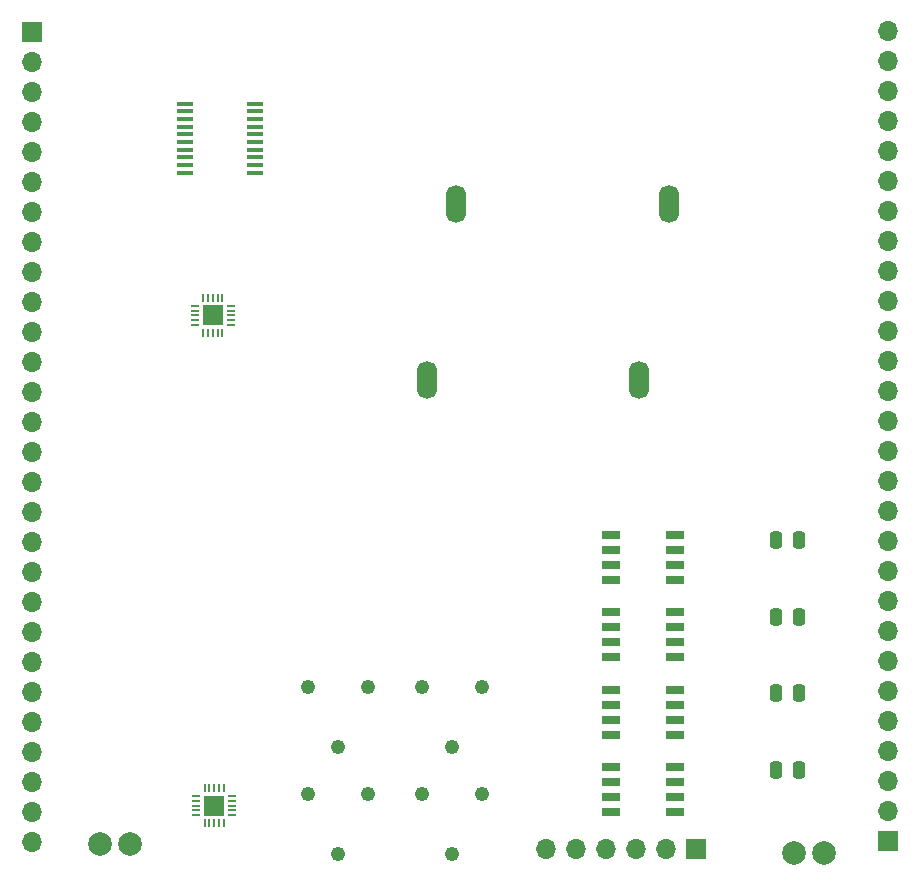
<source format=gts>
%TF.GenerationSoftware,KiCad,Pcbnew,8.0.0*%
%TF.CreationDate,2024-04-16T18:42:12-05:00*%
%TF.ProjectId,BreakoutBoardPCB,42726561-6b6f-4757-9442-6f6172645043,rev?*%
%TF.SameCoordinates,Original*%
%TF.FileFunction,Soldermask,Top*%
%TF.FilePolarity,Negative*%
%FSLAX46Y46*%
G04 Gerber Fmt 4.6, Leading zero omitted, Abs format (unit mm)*
G04 Created by KiCad (PCBNEW 8.0.0) date 2024-04-16 18:42:12*
%MOMM*%
%LPD*%
G01*
G04 APERTURE LIST*
G04 Aperture macros list*
%AMRoundRect*
0 Rectangle with rounded corners*
0 $1 Rounding radius*
0 $2 $3 $4 $5 $6 $7 $8 $9 X,Y pos of 4 corners*
0 Add a 4 corners polygon primitive as box body*
4,1,4,$2,$3,$4,$5,$6,$7,$8,$9,$2,$3,0*
0 Add four circle primitives for the rounded corners*
1,1,$1+$1,$2,$3*
1,1,$1+$1,$4,$5*
1,1,$1+$1,$6,$7*
1,1,$1+$1,$8,$9*
0 Add four rect primitives between the rounded corners*
20,1,$1+$1,$2,$3,$4,$5,0*
20,1,$1+$1,$4,$5,$6,$7,0*
20,1,$1+$1,$6,$7,$8,$9,0*
20,1,$1+$1,$8,$9,$2,$3,0*%
G04 Aperture macros list end*
%ADD10C,1.217000*%
%ADD11O,1.712000X3.220000*%
%ADD12C,0.164000*%
%ADD13R,0.800000X0.200000*%
%ADD14R,0.200000X0.800000*%
%ADD15R,1.800000X1.800000*%
%ADD16R,1.525000X0.650000*%
%ADD17C,2.000000*%
%ADD18R,1.475000X0.450000*%
%ADD19R,1.700000X1.700000*%
%ADD20O,1.700000X1.700000*%
%ADD21RoundRect,0.250000X-0.250000X-0.475000X0.250000X-0.475000X0.250000X0.475000X-0.250000X0.475000X0*%
G04 APERTURE END LIST*
D10*
X149197500Y-119000000D03*
X146657500Y-124080000D03*
X144117500Y-119000000D03*
X139500000Y-119000000D03*
X136960000Y-124080000D03*
X134420000Y-119000000D03*
X149197500Y-128000000D03*
X146657500Y-133080000D03*
X144117500Y-128000000D03*
X139500000Y-128000000D03*
X136960000Y-133080000D03*
X134420000Y-128000000D03*
D11*
X165000000Y-78100000D03*
X162500000Y-93000000D03*
X147000000Y-78100000D03*
X144500000Y-93000000D03*
D12*
X135500000Y-88000000D03*
X135000000Y-88000000D03*
X135500000Y-87500000D03*
X135000000Y-87500000D03*
D13*
X128000000Y-129800000D03*
X128000000Y-129400000D03*
X128000000Y-129000000D03*
X128000000Y-128600000D03*
X128000000Y-128200000D03*
D14*
X127300000Y-127500000D03*
X126900000Y-127500000D03*
X126500000Y-127500000D03*
X126100000Y-127500000D03*
X125700000Y-127500000D03*
D13*
X125000000Y-128200000D03*
X125000000Y-128600000D03*
X125000000Y-129000000D03*
X125000000Y-129400000D03*
X125000000Y-129800000D03*
D14*
X125700000Y-130500000D03*
X126100000Y-130500000D03*
X126500000Y-130500000D03*
X126900000Y-130500000D03*
X127300000Y-130500000D03*
D15*
X126500000Y-129000000D03*
D16*
X160076000Y-125730000D03*
X160076000Y-127000000D03*
X160076000Y-128270000D03*
X160076000Y-129540000D03*
X165500000Y-129540000D03*
X165500000Y-128270000D03*
X165500000Y-127000000D03*
X165500000Y-125730000D03*
X160076000Y-119180000D03*
X160076000Y-120450000D03*
X160076000Y-121720000D03*
X160076000Y-122990000D03*
X165500000Y-122990000D03*
X165500000Y-121720000D03*
X165500000Y-120450000D03*
X165500000Y-119180000D03*
X160076000Y-112630000D03*
X160076000Y-113900000D03*
X160076000Y-115170000D03*
X160076000Y-116440000D03*
X165500000Y-116440000D03*
X165500000Y-115170000D03*
X165500000Y-113900000D03*
X165500000Y-112630000D03*
X160076000Y-106080000D03*
X160076000Y-107350000D03*
X160076000Y-108620000D03*
X160076000Y-109890000D03*
X165500000Y-109890000D03*
X165500000Y-108620000D03*
X165500000Y-107350000D03*
X165500000Y-106080000D03*
D13*
X127900000Y-88300000D03*
X127900000Y-87900000D03*
X127900000Y-87500000D03*
X127900000Y-87100000D03*
X127900000Y-86700000D03*
D14*
X127200000Y-86000000D03*
X126800000Y-86000000D03*
X126400000Y-86000000D03*
X126000000Y-86000000D03*
X125600000Y-86000000D03*
D13*
X124900000Y-86700000D03*
X124900000Y-87100000D03*
X124900000Y-87500000D03*
X124900000Y-87900000D03*
X124900000Y-88300000D03*
D14*
X125600000Y-89000000D03*
X126000000Y-89000000D03*
X126400000Y-89000000D03*
X126800000Y-89000000D03*
X127200000Y-89000000D03*
D15*
X126400000Y-87500000D03*
D17*
X178132807Y-133020001D03*
X175592807Y-133020001D03*
D18*
X129938000Y-75425000D03*
X129938000Y-74775000D03*
X129938000Y-74125000D03*
X129938000Y-73475000D03*
X129938000Y-72825000D03*
X129938000Y-72175000D03*
X129938000Y-71525000D03*
X129938000Y-70875000D03*
X129938000Y-70225000D03*
X129938000Y-69575000D03*
X124062000Y-69575000D03*
X124062000Y-70225000D03*
X124062000Y-70875000D03*
X124062000Y-71525000D03*
X124062000Y-72175000D03*
X124062000Y-72825000D03*
X124062000Y-73475000D03*
X124062000Y-74125000D03*
X124062000Y-74775000D03*
X124062000Y-75425000D03*
D19*
X167287007Y-132689801D03*
D20*
X164747007Y-132689801D03*
X162207007Y-132689801D03*
X159667007Y-132689801D03*
X157127007Y-132689801D03*
X154587007Y-132689801D03*
D17*
X119357207Y-132258001D03*
X116817207Y-132258001D03*
D19*
X111076807Y-63525601D03*
D20*
X111076807Y-66065601D03*
X111076807Y-68605601D03*
X111076807Y-71145601D03*
X111076807Y-73685601D03*
X111076807Y-76225601D03*
X111076807Y-78765601D03*
X111076807Y-81305601D03*
X111076807Y-83845601D03*
X111076807Y-86385601D03*
X111076807Y-88925601D03*
X111076807Y-91465601D03*
X111076807Y-94005601D03*
X111076807Y-96545601D03*
X111076807Y-99085601D03*
X111076807Y-101625601D03*
X111076807Y-104165601D03*
X111076807Y-106705601D03*
X111076807Y-109245601D03*
X111076807Y-111785601D03*
X111076807Y-114325601D03*
X111076807Y-116865601D03*
X111076807Y-119405601D03*
X111076807Y-121945601D03*
X111076807Y-124485601D03*
X111076807Y-127025601D03*
X111076807Y-129565601D03*
X111076807Y-132105601D03*
D21*
X174100000Y-119500000D03*
X176000000Y-119500000D03*
X174100000Y-106500000D03*
X176000000Y-106500000D03*
X174100000Y-113000000D03*
X176000000Y-113000000D03*
D19*
X183568407Y-132004001D03*
D20*
X183568407Y-129464001D03*
X183568407Y-126924001D03*
X183568407Y-124384001D03*
X183568407Y-121844001D03*
X183568407Y-119304001D03*
X183568407Y-116764001D03*
X183568407Y-114224001D03*
X183568407Y-111684001D03*
X183568407Y-109144001D03*
X183568407Y-106604001D03*
X183568407Y-104064001D03*
X183568407Y-101524001D03*
X183568407Y-98984001D03*
X183568407Y-96444001D03*
X183568407Y-93904001D03*
X183568407Y-91364001D03*
X183568407Y-88824001D03*
X183568407Y-86284001D03*
X183568407Y-83744001D03*
X183568407Y-81204001D03*
X183568407Y-78664001D03*
X183568407Y-76124001D03*
X183568407Y-73584001D03*
X183568407Y-71044001D03*
X183568407Y-68504001D03*
X183568407Y-65964001D03*
X183568407Y-63424001D03*
D21*
X174100000Y-126000000D03*
X176000000Y-126000000D03*
M02*

</source>
